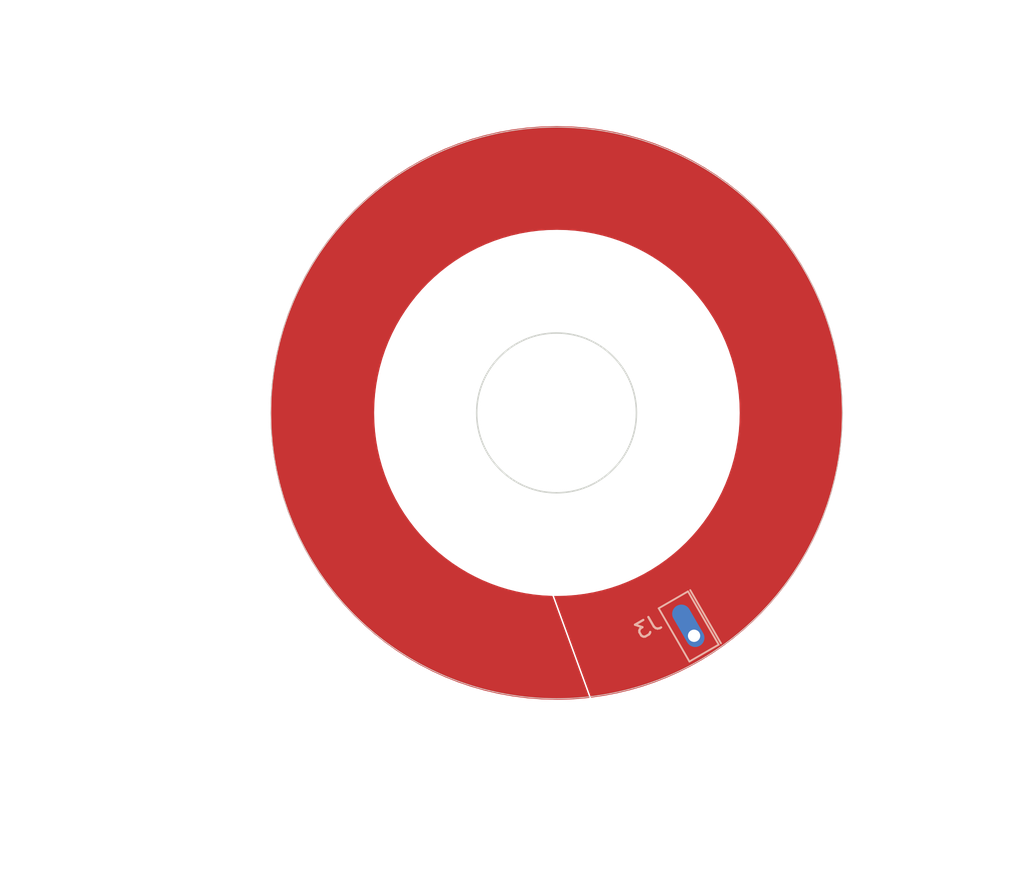
<source format=kicad_pcb>
(kicad_pcb (version 20211014) (generator pcbnew)
  (layers (0 "F.Cu" signal) (31 "B.Cu" signal) (34 "B.Paste" user) (35 "F.Paste" user) (36 "B.SilkS" user "B.Silkscreen") (37 "F.SilkS" user "F.Silkscreen") (38 "B.Mask" user) (39 "F.Mask" user) (44 "Edge.Cuts" user))
  (net 0 "")
  (net 1 "Net-(J1-Pad1)")
  (footprint "CheshBits:SIP-1" (layer "B.Cu") (at 144.3 83.8 30)
    (fp_text reference "J3" (at -2.3 -1.3 30) (layer "B.SilkS") (effects (justify mirror)))
    (fp_text value "Signal")
    (fp_line (start -1.1 2) (end 1.1 2) (layer "B.SilkS") (width 0.12))
    (fp_line (start 1.1 2) (end 1.1 -2) (layer "B.SilkS") (width 0.12))
    (fp_line (start 1.1 -2) (end -1.1 -2) (layer "B.SilkS") (width 0.12))
    (fp_line (start -1.1 -2) (end -1.1 2) (layer "B.SilkS") (width 0.12))
    (fp_line (start 1.27 2) (end 1.27 -2) (layer "B.SilkS") (width 0.12))
    (pad "1" thru_hole oval (at 0 0.7 30) (size 1.2 3) (drill 0.8 (offset 0 -0.75)) (layers *.Cu *.Mask) (net 1 "Net-(J1-Pad1)"))
  )
  (gr_poly (pts (xy 135.700001 51.247742) (xy 136.65751 51.272012) (xy 137.602451 51.344039) (xy 138.533653 51.462652) (xy 139.449949 51.626679) (xy 140.350168 51.834948) (xy 141.233142 52.086288) (xy 142.097702 52.379526) (xy 142.942677 52.71349) (xy 143.7669 53.087008) (xy 144.5692 53.49891) (xy 145.34841 53.948022) (xy 146.103358 54.433173) (xy 146.832878 54.953191) (xy 147.535798 55.506904) (xy 148.21095 56.09314) (xy 148.857165 56.710727) (xy 149.473274 57.358494) (xy 150.058107 58.035268) (xy 150.610495 58.739878) (xy 151.12927 59.471152) (xy 151.613261 60.227918) (xy 152.0613 61.009003) (xy 152.472218 61.813236) (xy 152.844845 62.639446) (xy 153.178012 63.48646) (xy 153.470551 64.353106) (xy 153.721291 65.238213) (xy 153.929064 66.140608) (xy 154.0927 67.05912) (xy 154.211031 67.992577) (xy 154.282887 68.939807) (xy 154.307098 69.899638) (xy 154.286338 70.788547) (xy 154.224675 71.666729) (xy 154.123038 72.533255) (xy 153.982353 73.387194) (xy 153.803549 74.227619) (xy 153.587553 75.053599) (xy 153.335292 75.864205) (xy 153.047695 76.658508) (xy 152.725688 77.435579) (xy 152.3702 78.194489) (xy 151.982158 78.934308) (xy 151.562489 79.654107) (xy 151.112121 80.352957) (xy 150.631982 81.029929) (xy 150.122999 81.684094) (xy 149.5861 82.314521) (xy 149.022213 82.920282) (xy 148.432264 83.500448) (xy 147.817183 84.05409) (xy 147.177895 84.580277) (xy 146.515329 85.078082) (xy 145.830413 85.546574) (xy 145.124074 85.984825) (xy 144.397239 86.391905) (xy 143.650836 86.766885) (xy 142.885793 87.108836) (xy 142.103037 87.416829) (xy 141.303496 87.689934) (xy 140.488098 87.927221) (xy 139.65777 88.127763) (xy 138.813439 88.290629) (xy 137.956034 88.414891) (xy 135.559021 81.829363) (xy 135.641667 81.830719) (xy 135.683108 81.831295) (xy 135.724583 81.831532) (xy 136.337728 81.816004) (xy 136.942826 81.769921) (xy 137.539128 81.694033) (xy 138.125884 81.589089) (xy 138.702347 81.45584) (xy 139.267767 81.295034) (xy 139.821396 81.107423) (xy 140.362484 80.893755) (xy 140.890284 80.654782) (xy 141.404047 80.391251) (xy 141.903023 80.103915) (xy 142.386463 79.793522) (xy 142.853621 79.460822) (xy 143.303745 79.106565) (xy 143.736089 78.731501) (xy 144.149902 78.33638) (xy 144.544436 77.921951) (xy 144.918944 77.488965) (xy 145.272674 77.038172) (xy 145.60488 76.57032) (xy 145.914813 76.086161) (xy 146.201722 75.586444) (xy 146.464861 75.071919) (xy 146.703479 74.543336) (xy 146.916829 74.001444) (xy 147.104162 73.446993) (xy 147.264728 72.880734) (xy 147.39778 72.303416) (xy 147.502568 71.71579) (xy 147.578343 71.118604) (xy 147.624358 70.512609) (xy 147.639862 69.898554) (xy 147.624358 69.284468) (xy 147.578343 68.678445) (xy 147.502568 68.081236) (xy 147.39778 67.493588) (xy 147.264728 66.916254) (xy 147.104162 66.349981) (xy 146.916829 65.79552) (xy 146.703479 65.253621) (xy 146.464861 64.725032) (xy 146.201722 64.210505) (xy 145.914813 63.710787) (xy 145.60488 63.22663) (xy 145.272674 62.758782) (xy 144.918944 62.307994) (xy 144.544436 61.875015) (xy 144.149902 61.460594) (xy 143.736089 61.065482) (xy 143.303745 60.690428) (xy 142.853621 60.336182) (xy 142.386463 60.003493) (xy 141.903023 59.693111) (xy 141.404047 59.405785) (xy 140.890284 59.142266) (xy 140.362484 58.903304) (xy 139.821396 58.689646) (xy 139.267767 58.502045) (xy 138.702347 58.341248) (xy 138.125884 58.208006) (xy 137.539128 58.103068) (xy 136.942826 58.027184) (xy 136.337728 57.981104) (xy 135.724583 57.965578) (xy 135.111437 57.981106) (xy 134.506339 58.027188) (xy 133.910037 58.103077) (xy 133.32328 58.208021) (xy 132.746817 58.34127) (xy 132.181397 58.502076) (xy 131.627768 58.689687) (xy 131.08668 58.903354) (xy 130.55888 59.142328) (xy 130.045117 59.405858) (xy 129.546141 59.693195) (xy 129.0627 60.003588) (xy 128.595543 60.336288) (xy 128.145418 60.690545) (xy 127.713075 61.065609) (xy 127.299261 61.46073) (xy 126.904727 61.875158) (xy 126.530219 62.308144) (xy 126.176488 62.758938) (xy 125.844283 63.226789) (xy 125.53435 63.710948) (xy 125.24744 64.210665) (xy 124.984302 64.72519) (xy 124.745683 65.253773) (xy 124.532333 65.795665) (xy 124.345001 66.350115) (xy 124.184434 66.916374) (xy 124.051383 67.493692) (xy 123.946595 68.081319) (xy 123.870819 68.678505) (xy 123.824805 69.2845) (xy 123.8093 69.898554) (xy 123.824327 70.503135) (xy 123.868929 71.099913) (xy 123.942394 71.688174) (xy 124.044007 72.267203) (xy 124.173054 72.836284) (xy 124.328821 73.394701) (xy 124.510593 73.941741) (xy 124.717657 74.476687) (xy 124.949297 74.998824) (xy 125.204801 75.507438) (xy 125.483453 76.001813) (xy 125.78454 76.481234) (xy 126.107347 76.944986) (xy 126.45116 77.392353) (xy 126.815266 77.822621) (xy 127.198949 78.235074) (xy 127.601496 78.628997) (xy 128.022192 79.003674) (xy 128.460323 79.358392) (xy 128.915176 79.692434) (xy 129.386035 80.005085) (xy 129.872187 80.29563) (xy 130.372917 80.563354) (xy 130.887512 80.807542) (xy 131.415257 81.027478) (xy 131.955437 81.222448) (xy 132.50734 81.391736) (xy 133.07025 81.534627) (xy 133.643453 81.650406) (xy 134.226235 81.738357) (xy 134.817883 81.797766) (xy 135.417681 81.827917) (xy 137.820835 88.430802) (xy 137.559245 88.458749) (xy 137.296642 88.483176) (xy 137.033031 88.504019) (xy 136.768416 88.521216) (xy 136.502801 88.534701) (xy 136.236191 88.544413) (xy 135.968589 88.550286) (xy 135.700001 88.552258) (xy 134.742492 88.527988) (xy 133.797551 88.455961) (xy 132.866349 88.337348) (xy 131.950053 88.173321) (xy 131.049834 87.965051) (xy 130.16686 87.713712) (xy 129.302301 87.420474) (xy 128.457325 87.08651) (xy 127.633102 86.712991) (xy 126.830802 86.30109) (xy 126.051593 85.851978) (xy 125.296644 85.366827) (xy 124.567125 84.846809) (xy 123.864204 84.293096) (xy 123.189052 83.70686) (xy 122.542837 83.089273) (xy 121.926728 82.441506) (xy 121.341895 81.764731) (xy 120.789507 81.060121) (xy 120.270732 80.328848) (xy 119.786741 79.572082) (xy 119.338701 78.790997) (xy 118.927784 77.986763) (xy 118.555156 77.160554) (xy 118.221989 76.31354) (xy 117.929451 75.446894) (xy 117.67871 74.561787) (xy 117.470938 73.659392) (xy 117.307301 72.74088) (xy 117.18897 71.807423) (xy 117.117115 70.860193) (xy 117.092903 69.900362) (xy 117.117115 68.940531) (xy 117.18897 67.993302) (xy 117.307301 67.059845) (xy 117.470938 66.141332) (xy 117.67871 65.238937) (xy 117.929451 64.35383) (xy 118.221989 63.487184) (xy 118.555156 62.64017) (xy 118.927784 61.81396) (xy 119.338701 61.009726) (xy 119.786741 60.228641) (xy 120.270732 59.471875) (xy 120.789507 58.740602) (xy 121.341895 58.035992) (xy 121.926728 57.359217) (xy 122.542837 56.71145) (xy 123.189052 56.093863) (xy 123.864204 55.507627) (xy 124.567125 54.953914) (xy 125.296644 54.433896) (xy 126.051593 53.948745) (xy 126.830802 53.499633) (xy 127.633102 53.087731) (xy 128.457325 52.714213) (xy 129.302301 52.380249) (xy 130.16686 52.087011) (xy 131.049834 51.835671) (xy 131.950053 51.627402) (xy 132.866349 51.463375) (xy 133.797551 51.344762) (xy 134.742492 51.272734) (xy 135.700001 51.248465) (xy 135.700001 51.247742)) (layer "F.Cu") (width 0.036148) (fill solid))
  (gr_circle (center 135.7 69.9) (end 154.3 69.9) (layer "Edge.Cuts") (width 0.05) (fill none))
  (gr_circle (center 135.7 69.9) (end 130.5 69.9) (layer "Edge.Cuts") (width 0.1) (fill none))
)
</source>
